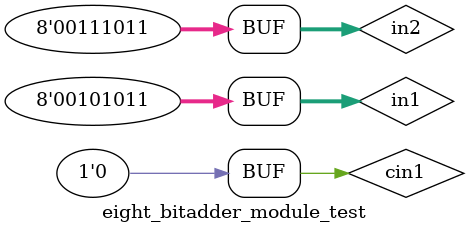
<source format=v>
`timescale 1ns / 1ps


module and_module_test();
    reg in1;
    reg in2;
    
    wire o;
    
    and_module uut(in1,in2,o);
    
    initial begin
    in1=0;  in2=0;   #250;
    in1=0;  in2=1;   #250;
    in1=1;  in2=0;   #250;
    in1=1;  in2=1;   #250;
    end
endmodule

module or_module_test();
    reg in1;
    reg in2;
    
    wire o;
    
    or_module uut(in1,in2,o);
    
    initial begin
    in1=0;  in2=0;   #250;
    in1=0;  in2=1;   #250;
    in1=1;  in2=0;   #250;
    in1=1;  in2=1;   #250;
    end
endmodule

module not_module_test();
    reg in1;
    
    wire o;
    
    not_module uut(in1,o);
    
    initial begin
    in1=0;  #500;
    in1=1;  #500;
    end
endmodule

module nand_module_test();
    reg in1;
    reg in2;
    
    wire o;
    
    nand_module uut(in1,in2,o);
    
    initial begin
    in1=0;  in2=0;   #250;
    in1=0;  in2=1;   #250;
    in1=1;  in2=0;   #250;
    in1=1;  in2=1;   #250;
    end
endmodule

module xor_module_test();
    reg in1;
    reg in2;
    
    wire o;
    
    xor_module uut(in1,in2,o);
    
    initial begin
    in1=0;  in2=0;   #250;
    in1=0;  in2=1;   #250;
    in1=1;  in2=0;   #250;
    in1=1;  in2=1;   #250;
    end
endmodule

module decoder_3to8_module_test();
    reg in1;
    reg in2;
    reg in3;
    
    wire o1,o2,o3,o4,o5,o6,o7,o8;
    
    decoder_3to8_module uut(in1,in2,in3,o1,o2,o3,o4,o5,o6,o7,o8);
    
    initial begin
    in1=0;  in2=0;   in3=0;  #125;
    in1=0;  in2=0;   in3=1;  #125;
    in1=0;  in2=1;   in3=0;  #125;
    in1=0;  in2=1;   in3=1;  #125;
    in1=1;  in2=0;   in3=0;  #125;
    in1=1;  in2=0;   in3=1;  #125;
    in1=1;  in2=1;   in3=0;  #125;
    in1=1;  in2=1;   in3=1;  #125;
    end
endmodule

module F2_module_test();
    reg a;
    reg b;
    reg c;
    
    wire o;
    
    F2 uut(a,b,c,o);
    
    initial begin
    a=0;  b=0;   c=0;  #125;
    a=0;  b=0;   c=1;  #125;
    a=0;  b=1;   c=0;  #125;
    a=0;  b=1;   c=1;  #125;
    a=1;  b=0;   c=0;  #125;
    a=1;  b=0;   c=1;  #125;
    a=1;  b=1;   c=0;  #125;
    a=1;  b=1;   c=1;  #125;
    end
endmodule


module F3_module_test();
    reg a;
    reg b;
    reg c;
    
    wire o;
    
    F3 uut(a,b,c,o);
    
    initial begin
    a=0;  b=0;   c=0;  #125;
    a=0;  b=0;   c=1;  #125;
    a=0;  b=1;   c=0;  #125;
    a=0;  b=1;   c=1;  #125;
    a=1;  b=0;   c=0;  #125;
    a=1;  b=0;   c=1;  #125;
    a=1;  b=1;   c=0;  #125;
    a=1;  b=1;   c=1;  #125;
    end
endmodule

module bit_halfadder_module_test();
    reg in1;
    reg in2;
    
    wire sum,carry;
    
    bit_halfadder_module uut(in1,in2,sum,carry);
    
    initial begin
    in1=0;  in2=0;   #250;
    in1=0;  in2=1;   #250;
    in1=1;  in2=0;   #250;
    in1=1;  in2=1;   #250;
    end
endmodule

module bit_fulladder_module_test();
    reg in1;
    reg in2;
    reg cin;
    
    wire sum,carry;
    
    bit_fulladder_module uut(in1,in2,cin,sum,carry);
    
    initial begin
    in1=0;  in2=0;   cin=0;  #125;
    in1=0;  in2=0;   cin=1;  #125;
    in1=0;  in2=1;   cin=0;  #125;
    in1=0;  in2=1;   cin=1;  #125;
    in1=1;  in2=0;   cin=0;  #125;
    in1=1;  in2=0;   cin=1;  #125;
    in1=1;  in2=1;   cin=0;  #125;
    in1=1;  in2=1;   cin=1;  #125;
    end
endmodule

module four_bitadder_module_test();
    reg [3:0] in1;
    reg [3:0] in2;
    reg cin1;
    
    wire [3:0] sum;
    wire carry;
    
    four_bitadder_module uut(in1,in2,cin1,sum,carry);
    
    initial begin
    in1=4'd 8;  in2=4'd 1;   cin1=0;  #125;   //8+1
    in1=4'd 2;  in2=4'd 7;   cin1=0;  #125;   //2+7
    in1=4'd 4;  in2=4'd 5;   cin1=0;  #125;   //4+5
    in1=4'd 11; in2=4'd 10;  cin1=0;  #125; //11+10
    in1=4'd 14; in2=4'd 5;   cin1=0;  #125;  //14+5
    in1=4'd 15; in2=4'd 9;   cin1=0;  #125;  //15+9
    in1=4'd 6;  in2=4'd 3;   cin1=0;  #125;   //6+3
    in1=4'd 8;  in2=4'd 12;  cin1=0;  #125;  //8+12
    end
endmodule

module eight_bitadder_module_test();
    reg [7:0] in1;
    reg [7:0] in2;
    reg cin1;
    
    wire [7:0] sum;
    wire carry;
    
    eight_bitadder_module uut(in1,in2,cin1,sum,carry);
    
    initial begin
    in1=8'd 29;  in2=8'd 5;   cin1=0;  #125;   //29+5
    in1=8'd 51;  in2=8'd 92;   cin1=0;  #125;   //51+92
    in1=8'd 17;  in2=8'd 28;   cin1=0;  #125;   //17+28
    in1=8'd 191; in2=8'd 2;  cin1=0;  #125; //191+2
    in1=8'd 200; in2=8'd 95;   cin1=0;  #125;  //200+95
    in1=8'd 49; in2=8'd 25;   cin1=0;  #125;  //49+25
    in1=8'd 78;  in2=8'd 255;   cin1=0;  #125;   //78+255
    in1=8'd 43;  in2=8'd 59;  cin1=0;  #125;  //43+59
    end
endmodule
</source>
